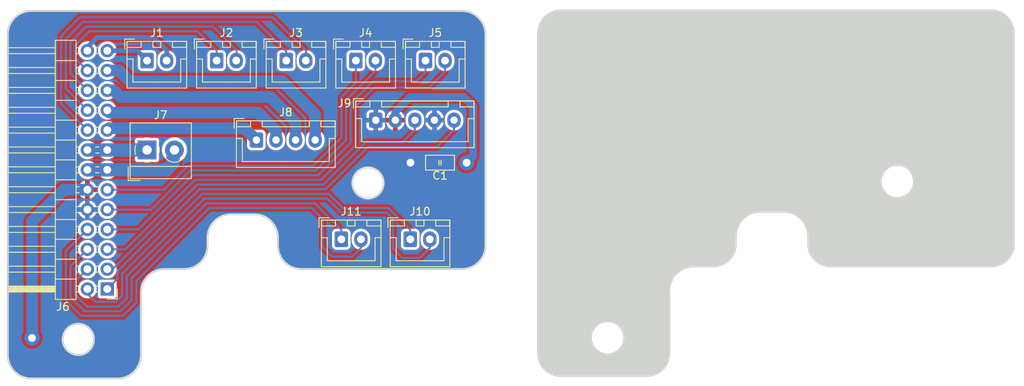
<source format=kicad_pcb>
(kicad_pcb (version 20221018) (generator pcbnew)
  (layers (0 "F.Cu" signal) (31 "B.Cu" signal) (34 "B.Paste" user) (35 "F.Paste" user) (36 "B.SilkS" user "B.Silkscreen") (37 "F.SilkS" user "F.Silkscreen") (38 "B.Mask" user) (39 "F.Mask" user) (44 "Edge.Cuts" user))
  (net 0 "")
  (net 1 "GND")
  (net 2 "+5V")
  (net 3 "/Heater")
  (net 4 "/1B")
  (net 5 "/2B")
  (net 6 "/1A")
  (net 7 "/2A")
  (net 8 "/VF1")
  (net 9 "/VF2")
  (net 10 "/OUT")
  (net 11 "/IN")
  (net 12 "/VBB")
  (net 13 "/GF2")
  (net 14 "/GF1")
  (net 15 "/Ther1a")
  (net 16 "/Ther1b")
  (net 17 "/Ther2a")
  (net 18 "/Ther2b")
  (net 19 "/Ther3a")
  (net 20 "/Ther3b")
  (net 21 "/SW1")
  (net 22 "/SW2")
  (net 23 "/EXT1")
  (net 24 "/EXT2")
  (footprint "Connector_PinHeader_2.54mm:PinHeader_2x13_P2.54mm_Horizontal" (layer "F.Cu") (at 44.7 73.56 180)
    (fp_text reference "J6" (at 5.655 -2.27) (layer "F.SilkS"))
    (fp_text value "Main_Header")
    (pad "1" thru_hole rect (at 0 0 180) (size 1.7 1.7) (drill 1) (layers "*.Cu" "*.Mask") (net 10 "/OUT"))
    (pad "2" thru_hole oval (at 2.54 0 180) (size 1.7 1.7) (drill 1) (layers "*.Cu" "*.Mask") (net 21 "/SW1"))
    (pad "3" thru_hole oval (at 0 2.54 180) (size 1.7 1.7) (drill 1) (layers "*.Cu" "*.Mask") (net 11 "/IN"))
    (pad "4" thru_hole oval (at 2.54 2.54 180) (size 1.7 1.7) (drill 1) (layers "*.Cu" "*.Mask") (net 22 "/SW2"))
    (pad "5" thru_hole oval (at 0 5.08 180) (size 1.7 1.7) (drill 1) (layers "*.Cu" "*.Mask") (net 13 "/GF2"))
    (pad "6" thru_hole oval (at 2.54 5.08 180) (size 1.7 1.7) (drill 1) (layers "*.Cu" "*.Mask") (net 23 "/EXT1"))
    (pad "7" thru_hole oval (at 0 7.62 180) (size 1.7 1.7) (drill 1) (layers "*.Cu" "*.Mask") (net 9 "/VF2"))
    (pad "8" thru_hole oval (at 2.54 7.62 180) (size 1.7 1.7) (drill 1) (layers "*.Cu" "*.Mask") (net 24 "/EXT2"))
    (pad "9" thru_hole oval (at 0 10.16 180) (size 1.7 1.7) (drill 1) (layers "*.Cu" "*.Mask") (net 14 "/GF1"))
    (pad "10" thru_hole oval (at 2.54 10.16 180) (size 1.7 1.7) (drill 1) (layers "*.Cu" "*.Mask") (net 1 "GND"))
    (pad "11" thru_hole oval (at 0 12.7 180) (size 1.7 1.7) (drill 1) (layers "*.Cu" "*.Mask") (net 8 "/VF1"))
    (pad "12" thru_hole oval (at 2.54 12.7 180) (size 1.7 1.7) (drill 1) (layers "*.Cu" "*.Mask") (net 2 "+5V"))
    (pad "13" thru_hole oval (at 0 15.24 180) (size 1.7 1.7) (drill 1) (layers "*.Cu" "*.Mask") (net 3 "/Heater"))
    (pad "14" thru_hole oval (at 2.54 15.24 180) (size 1.7 1.7) (drill 1) (layers "*.Cu" "*.Mask") (net 3 "/Heater"))
    (pad "15" thru_hole oval (at 0 17.78 180) (size 1.7 1.7) (drill 1) (layers "*.Cu" "*.Mask") (net 12 "/VBB"))
    (pad "16" thru_hole oval (at 2.54 17.78 180) (size 1.7 1.7) (drill 1) (layers "*.Cu" "*.Mask") (net 12 "/VBB"))
    (pad "17" thru_hole oval (at 0 20.32 180) (size 1.7 1.7) (drill 1) (layers "*.Cu" "*.Mask") (net 6 "/1A"))
    (pad "18" thru_hole oval (at 2.54 20.32 180) (size 1.7 1.7) (drill 1) (layers "*.Cu" "*.Mask") (net 20 "/Ther3b"))
    (pad "19" thru_hole oval (at 0 22.86 180) (size 1.7 1.7) (drill 1) (layers "*.Cu" "*.Mask") (net 4 "/1B"))
    (pad "20" thru_hole oval (at 2.54 22.86 180) (size 1.7 1.7) (drill 1) (layers "*.Cu" "*.Mask") (net 19 "/Ther3a"))
    (pad "21" thru_hole oval (at 0 25.4 180) (size 1.7 1.7) (drill 1) (layers "*.Cu" "*.Mask") (net 7 "/2A"))
    (pad "22" thru_hole oval (at 2.54 25.4 180) (size 1.7 1.7) (drill 1) (layers "*.Cu" "*.Mask") (net 18 "/Ther2b"))
    (pad "23" thru_hole oval (at 0 27.94 180) (size 1.7 1.7) (drill 1) (layers "*.Cu" "*.Mask") (net 5 "/2B"))
    (pad "24" thru_hole oval (at 2.54 27.94 180) (size 1.7 1.7) (drill 1) (layers "*.Cu" "*.Mask") (net 17 "/Ther2a"))
    (pad "25" thru_hole oval (at 0 30.48 180) (size 1.7 1.7) (drill 1) (layers "*.Cu" "*.Mask") (net 15 "/Ther1a"))
    (pad "26" thru_hole oval (at 2.54 30.48 180) (size 1.7 1.7) (drill 1) (layers "*.Cu" "*.Mask") (net 16 "/Ther1b"))
  )
  (footprint "PCM_Capacitor_SMD_AKL:C_0805_2012Metric_Pad1.15x1.40mm_HandSolder" (layer "F.Cu") (at 87.199999 57.4 180)
    (fp_text reference "C1" (at 0 -1.65) (layer "F.SilkS"))
    (fp_text value "C")
    (pad "1" smd roundrect (at -1.025 0 180) (size 1.15 1.4) (layers "F.Cu" "F.Paste" "F.Mask") (roundrect_rratio 0.2173913043) (net 2 "+5V"))
    (pad "2" smd roundrect (at 1.025 0 180) (size 1.15 1.4) (layers "F.Cu" "F.Paste" "F.Mask") (roundrect_rratio 0.2173913043) (net 1 "GND"))
  )
  (footprint "Connector_JST:JST_XH_B4B-XH-A_1x04_P2.50mm_Vertical" (layer "F.Cu") (at 63.75 54.51)
    (fp_text reference "J8" (at 3.75 -3.55) (layer "F.SilkS"))
    (fp_text value "Stepper")
    (pad "1" thru_hole roundrect (at 0 0) (size 1.7 1.95) (drill 0.95) (layers "*.Cu" "*.Mask") (roundrect_rratio 0.1470588235) (net 6 "/1A"))
    (pad "2" thru_hole oval (at 2.5 0) (size 1.7 1.95) (drill 0.95) (layers "*.Cu" "*.Mask") (net 4 "/1B"))
    (pad "3" thru_hole oval (at 5 0) (size 1.7 1.95) (drill 0.95) (layers "*.Cu" "*.Mask") (net 7 "/2A"))
    (pad "4" thru_hole oval (at 7.5 0) (size 1.7 1.95) (drill 0.95) (layers "*.Cu" "*.Mask") (net 5 "/2B"))
  )
  (footprint "Connector_JST:JST_XH_B2B-XH-A_1x02_P2.50mm_Vertical" (layer "F.Cu") (at 83.4 67.2)
    (fp_text reference "J10" (at 1.25 -3.55) (layer "F.SilkS"))
    (fp_text value "Klicky")
    (pad "1" thru_hole roundrect (at 0 0) (size 1.7 2) (drill 1) (layers "*.Cu" "*.Mask") (roundrect_rratio 0.1470588235) (net 21 "/SW1"))
    (pad "2" thru_hole oval (at 2.5 0) (size 1.7 2) (drill 1) (layers "*.Cu" "*.Mask") (net 22 "/SW2"))
  )
  (footprint "Connector_JST:JST_XH_B2B-XH-A_1x02_P2.50mm_Vertical" (layer "F.Cu") (at 74.6 67.2)
    (fp_text reference "J11" (at 1.25 -3.55) (layer "F.SilkS"))
    (fp_text value "Extra")
    (pad "1" thru_hole roundrect (at 0 0) (size 1.7 2) (drill 1) (layers "*.Cu" "*.Mask") (roundrect_rratio 0.1470588235) (net 23 "/EXT1"))
    (pad "2" thru_hole oval (at 2.5 0) (size 1.7 2) (drill 1) (layers "*.Cu" "*.Mask") (net 24 "/EXT2"))
  )
  (footprint "Connector_JST:JST_XH_B5B-XH-A_1x05_P2.50mm_Vertical" (layer "F.Cu") (at 78.99 51.97)
    (fp_text reference "J9" (at -3.99 -2.17) (layer "F.SilkS"))
    (fp_text value "BLTouch")
    (pad "1" thru_hole roundrect (at 0 0) (size 1.7 1.95) (drill 0.95) (layers "*.Cu" "*.Mask") (roundrect_rratio 0.1470588235) (net 1 "GND"))
    (pad "2" thru_hole oval (at 2.5 0) (size 1.7 1.95) (drill 0.95) (layers "*.Cu" "*.Mask") (net 2 "+5V"))
    (pad "3" thru_hole oval (at 5 0) (size 1.7 1.95) (drill 0.95) (layers "*.Cu" "*.Mask") (net 11 "/IN"))
    (pad "4" thru_hole oval (at 7.5 0) (size 1.7 1.95) (drill 0.95) (layers "*.Cu" "*.Mask") (net 1 "GND"))
    (pad "5" thru_hole oval (at 10 0) (size 1.7 1.95) (drill 0.95) (layers "*.Cu" "*.Mask") (net 10 "/OUT"))
  )
  (footprint "Connector_JST:JST_XH_B2B-XH-A_1x02_P2.50mm_Vertical" (layer "F.Cu") (at 49.78 44.35)
    (fp_text reference "J1" (at 1.25 -3.55) (layer "F.SilkS"))
    (fp_text value "PT1000")
    (pad "1" thru_hole roundrect (at 0 0) (size 1.7 2) (drill 1) (layers "*.Cu" "*.Mask") (roundrect_rratio 0.1470588235) (net 15 "/Ther1a"))
    (pad "2" thru_hole oval (at 2.5 0) (size 1.7 2) (drill 1) (layers "*.Cu" "*.Mask") (net 16 "/Ther1b"))
  )
  (footprint "Connector_JST:JST_XH_B2B-XH-A_1x02_P2.50mm_Vertical" (layer "F.Cu") (at 67.56 44.35)
    (fp_text reference "J3" (at 1.25 -3.55) (layer "F.SilkS"))
    (fp_text value "NTC1000K")
    (pad "1" thru_hole roundrect (at 0 0) (size 1.7 2) (drill 1) (layers "*.Cu" "*.Mask") (roundrect_rratio 0.1470588235) (net 19 "/Ther3a"))
    (pad "2" thru_hole oval (at 2.5 0) (size 1.7 2) (drill 1) (layers "*.Cu" "*.Mask") (net 20 "/Ther3b"))
  )
  (footprint "Connector_JST:JST_XH_B2B-XH-A_1x02_P2.50mm_Vertical" (layer "F.Cu") (at 76.45 44.35)
    (fp_text reference "J4" (at 1.25 -3.55) (layer "F.SilkS"))
    (fp_text value "Fan1")
    (pad "1" thru_hole roundrect (at 0 0) (size 1.7 2) (drill 1) (layers "*.Cu" "*.Mask") (roundrect_rratio 0.1470588235) (net 8 "/VF1"))
    (pad "2" thru_hole oval (at 2.5 0) (size 1.7 2) (drill 1) (layers "*.Cu" "*.Mask") (net 14 "/GF1"))
  )
  (footprint "MountingHole:MountingHole_3.5mm" (layer "F.Cu") (at 41 79.999999)
    (fp_text reference "H1" (at 0.2 0.000001) (layer "F.SilkS"))
    (fp_text value "MountingHole")
    (pad "" np_thru_hole circle (at 0 0) (size 3.5 3.5) (drill 3.5) (layers "*.Cu" "*.Mask"))
  )
  (footprint "MountingHole:MountingHole_3.5mm" (layer "F.Cu") (at 78 60)
    (fp_text reference "H2" (at 0 0) (layer "F.SilkS"))
    (fp_text value "MountingHole")
    (pad "" np_thru_hole circle (at 0 0) (size 3.5 3.5) (drill 3.5) (layers "*.Cu" "*.Mask"))
  )
  (footprint "Connector_JST:JST_XH_B2B-XH-A_1x02_P2.50mm_Vertical" (layer "F.Cu") (at 85.34 44.35)
    (fp_text reference "J5" (at 1.25 -3.55) (layer "F.SilkS"))
    (fp_text value "Fan2")
    (pad "1" thru_hole roundrect (at 0 0) (size 1.7 2) (drill 1) (layers "*.Cu" "*.Mask") (roundrect_rratio 0.1470588235) (net 9 "/VF2"))
    (pad "2" thru_hole oval (at 2.5 0) (size 1.7 2) (drill 1) (layers "*.Cu" "*.Mask") (net 13 "/GF2"))
  )
  (footprint "TerminalBlock_4Ucon:TerminalBlock_4Ucon_1x02_P3.50mm_Horizontal" (layer "F.Cu") (at 49.78 55.78)
    (fp_text reference "J7" (at 1.75 -4.46) (layer "F.SilkS"))
    (fp_text value "Cartridge")
    (pad "1" thru_hole rect (at 0 0) (size 2.4 2.4) (drill 1.2) (layers "*.Cu" "*.Mask") (net 12 "/VBB"))
    (pad "2" thru_hole circle (at 3.5 0) (size 2.4 2.4) (drill 1.2) (layers "*.Cu" "*.Mask") (net 3 "/Heater"))
  )
  (footprint "Connector_JST:JST_XH_B2B-XH-A_1x02_P2.50mm_Vertical" (layer "F.Cu") (at 58.67 44.35)
    (fp_text reference "J2" (at 1.25 -3.55) (layer "F.SilkS"))
    (fp_text value "NTC1000K")
    (pad "1" thru_hole roundrect (at 0 0) (size 1.7 2) (drill 1) (layers "*.Cu" "*.Mask") (roundrect_rratio 0.1470588235) (net 17 "/Ther2a"))
    (pad "2" thru_hole oval (at 2.5 0) (size 1.7 2) (drill 1) (layers "*.Cu" "*.Mask") (net 18 "/Ther2b"))
  )
  (gr_line (start 51.999999 70.999999) (end 54.499999 70.999999) (stroke (width 0.25)) (layer "Edge.Cuts"))
  (gr_arc (start 31.999999 40.999999) (mid 32.878679 38.878679) (end 34.999999 37.999999) (stroke (width 0.25)) (layer "Edge.Cuts"))
  (gr_arc (start 48.999999 73.999999) (mid 49.878679 71.878679) (end 51.999999 70.999999) (stroke (width 0.25)) (layer "Edge.Cuts"))
  (gr_line (start 57.499999 67.999999) (end 57.499999 66.999999) (stroke (width 0.25)) (layer "Edge.Cuts"))
  (gr_arc (start 89.999999 37.999999) (mid 92.121319 38.878679) (end 92.999999 40.999999) (stroke (width 0.25)) (layer "Edge.Cuts"))
  (gr_line (start 48.999999 81.999999) (end 48.999999 73.999999) (stroke (width 0.25)) (layer "Edge.Cuts"))
  (gr_line (start 92.999999 67.999999) (end 92.999999 40.999999) (stroke (width 0.25)) (layer "Edge.Cuts"))
  (gr_line (start 60.499999 63.999999) (end 63.499999 63.999999) (stroke (width 0.25)) (layer "Edge.Cuts"))
  (gr_circle (center 40.999999 79.999999) (end 42.999999 79.999999) (stroke (width 0.25)) (fill none) (layer "Edge.Cuts"))
  (gr_line (start 66.499999 66.999999) (end 66.499999 67.999999) (stroke (width 0.25)) (layer "Edge.Cuts"))
  (gr_arc (start 63.499999 63.999999) (mid 65.621319 64.878679) (end 66.499999 66.999999) (stroke (width 0.25)) (layer "Edge.Cuts"))
  (gr_arc (start 92.999999 67.999999) (mid 92.121319 70.121319) (end 89.999999 70.999999) (stroke (width 0.25)) (layer "Edge.Cuts"))
  (gr_line (start 31.999999 40.999999) (end 31.999999 81.999999) (stroke (width 0.25)) (layer "Edge.Cuts"))
  (gr_arc (start 48.999999 81.999999) (mid 48.121319 84.121319) (end 45.999999 84.999999) (stroke (width 0.25)) (layer "Edge.Cuts"))
  (gr_arc (start 34.999999 84.999999) (mid 32.878679 84.121319) (end 31.999999 81.999999) (stroke (width 0.25)) (layer "Edge.Cuts"))
  (gr_line (start 89.999999 37.999999) (end 34.999999 37.999999) (stroke (width 0.25)) (layer "Edge.Cuts"))
  (gr_circle (center 77.999999 59.999999) (end 79.999999 59.999999) (stroke (width 0.25)) (fill none) (layer "Edge.Cuts"))
  (gr_arc (start 57.499999 67.999999) (mid 56.621319 70.121319) (end 54.499999 70.999999) (stroke (width 0.25)) (layer "Edge.Cuts"))
  (gr_line (start 34.999999 84.999999) (end 45.999999 84.999999) (stroke (width 0.25)) (layer "Edge.Cuts"))
  (gr_arc (start 57.499999 66.999999) (mid 58.378679 64.878679) (end 60.499999 63.999999) (stroke (width 0.25)) (layer "Edge.Cuts"))
  (gr_line (start 69.499999 70.999999) (end 89.999999 70.999999) (stroke (width 0.25)) (layer "Edge.Cuts"))
  (gr_arc (start 69.499999 70.999999) (mid 67.378679 70.121319) (end 66.499999 67.999999) (stroke (width 0.25)) (layer "Edge.Cuts"))
  (segment (start 86.174999 57.4) (end 83.424999 57.4) (width 1) (layer "F.Cu") (net 1))
  (via (at 83.424999 57.4) (size 2) (drill 1) (layers "F.Cu" "B.Cu") (net 1))
  (via (at 90.599999 57.4) (size 2) (drill 1) (layers "F.Cu" "B.Cu") (net 2))
  (via (at 35.089999 79.829999) (size 2) (drill 1) (layers "F.Cu" "B.Cu") (net 2))
  (segment (start 91.399999 50.2) (end 90.199999 49) (width 1) (layer "B.Cu") (net 2))
  (segment (start 35.089999 64.91) (end 35.089999 79.829999) (width 1.5) (layer "B.Cu") (net 2))
  (segment (start 91.399999 56.6) (end 91.399999 50.2) (width 1) (layer "B.Cu") (net 2))
  (segment (start 90.199999 49) (end 83.399999 49) (width 1) (layer "B.Cu") (net 2))
  (segment (start 90.599999 57.4) (end 91.399999 56.6) (width 1) (layer "B.Cu") (net 2))
  (segment (start 81.489999 50.91) (end 81.489999 51.969999) (width 1) (layer "B.Cu") (net 2))
  (segment (start 83.399999 49) (end 81.489999 50.91) (width 1) (layer "B.Cu") (net 2))
  (segment (start 42.159999 60.859999) (end 39.14 60.859999) (width 1.5) (layer "B.Cu") (net 2))
  (segment (start 39.14 60.859999) (end 35.089999 64.91) (width 1.5) (layer "B.Cu") (net 2))
  (segment (start 42.159999 58.319999) (end 44.699999 58.319999) (width 1.7) (layer "B.Cu") (net 3))
  (segment (start 44.7 58.32) (end 44.82 58.2) (width 1) (layer "B.Cu") (net 3))
  (segment (start 52.257056 58.319999) (end 53.099999 57.477056) (width 1.7) (layer "B.Cu") (net 3))
  (segment (start 53.099999 57.477056) (end 53.099999 55.78) (width 1.7) (layer "B.Cu") (net 3))
  (segment (start 44.699999 58.319999) (end 52.257056 58.319999) (width 1.7) (layer "B.Cu") (net 3))
  (segment (start 66.249999 53.279374) (end 66.249999 54.509999) (width 1.5) (layer "B.Cu") (net 4))
  (segment (start 44.699999 50.699999) (end 45 51) (width 1.5) (layer "B.Cu") (net 4))
  (segment (start 45 51) (end 63.970625 51) (width 1.5) (layer "B.Cu") (net 4))
  (segment (start 63.970625 51) (end 66.249999 53.279374) (width 1.5) (layer "B.Cu") (net 4))
  (segment (start 47.599999 47) (end 67.035 47) (width 1.5) (layer "B.Cu") (net 5))
  (segment (start 71.249999 51.214999) (end 71.249999 54.509999) (width 1.5) (layer "B.Cu") (net 5))
  (segment (start 44.699999 45.619999) (end 46.219998 45.619999) (width 1.5) (layer "B.Cu") (net 5))
  (segment (start 46.219998 45.619999) (end 47.599999 47) (width 1.5) (layer "B.Cu") (net 5))
  (segment (start 67.035 47) (end 71.249999 51.214999) (width 1.5) (layer "B.Cu") (net 5))
  (segment (start 44.939998 53) (end 62.24 53) (width 1.5) (layer "B.Cu") (net 6))
  (segment (start 62.24 53) (end 63.749999 54.509999) (width 1.5) (layer "B.Cu") (net 6))
  (segment (start 44.699999 53.239999) (end 44.939998 53) (width 1.5) (layer "B.Cu") (net 6))
  (segment (start 46.38 49) (end 65.5425 49) (width 1.5) (layer "B.Cu") (net 7))
  (segment (start 68.749999 52.207499) (end 68.749999 54.509999) (width 1.5) (layer "B.Cu") (net 7))
  (segment (start 65.5425 49) (end 68.749999 52.207499) (width 1.5) (layer "B.Cu") (net 7))
  (segment (start 44.699999 48.159999) (end 45.54 48.16) (width 1.5) (layer "B.Cu") (net 7))
  (segment (start 45.54 48.16) (end 46.38 49) (width 1.5) (layer "B.Cu") (net 7))
  (segment (start 51.939999 60.86) (end 55 57.799999) (width 0.25) (layer "B.Cu") (net 8))
  (segment (start 44.7 60.86) (end 51.939999 60.86) (width 0.25) (layer "B.Cu") (net 8))
  (segment (start 70.999999 57.799999) (end 74.599999 54.199999) (width 0.25) (layer "B.Cu") (net 8))
  (segment (start 74.599999 54.199999) (end 74.599999 49.000001) (width 0.25) (layer "B.Cu") (net 8))
  (segment (start 55 57.799999) (end 70.999999 57.799999) (width 0.25) (layer "B.Cu") (net 8))
  (segment (start 74.599999 49.000001) (end 76.45 47.15) (width 0.25) (layer "B.Cu") (net 8))
  (segment (start 76.45 47.15) (end 76.45 44.35) (width 0.25) (layer "B.Cu") (net 8))
  (segment (start 85.34 45.86) (end 85.34 44.35) (width 0.25) (layer "B.Cu") (net 9))
  (segment (start 48.66 65.939999) (end 55.6 58.999999) (width 0.25) (layer "B.Cu") (net 9))
  (segment (start 55.6 58.999999) (end 71.654593 58.999999) (width 0.25) (layer "B.Cu") (net 9))
  (segment (start 78.636396 47) (end 84.2 47) (width 0.25) (layer "B.Cu") (net 9))
  (segment (start 75.799999 54.854593) (end 75.799999 49.836397) (width 0.25) (layer "B.Cu") (net 9))
  (segment (start 71.654593 58.999999) (end 75.799999 54.854593) (width 0.25) (layer "B.Cu") (net 9))
  (segment (start 84.2 47) (end 85.34 45.86) (width 0.25) (layer "B.Cu") (net 9))
  (segment (start 44.699999 65.939999) (end 48.66 65.939999) (width 0.25) (layer "B.Cu") (net 9))
  (segment (start 75.799999 49.836397) (end 78.636396 47) (width 0.25) (layer "B.Cu") (net 9))
  (segment (start 77.999998 55.4) (end 86.799999 55.4) (width 0.25) (layer "B.Cu") (net 10))
  (segment (start 86.799999 55.4) (end 88.989999 53.21) (width 0.25) (layer "B.Cu") (net 10))
  (segment (start 46 72.259998) (end 46 71.299999) (width 0.25) (layer "B.Cu") (net 10))
  (segment (start 88.989999 53.21) (end 88.989999 51.969999) (width 0.25) (layer "B.Cu") (net 10))
  (segment (start 44.699999 73.559999) (end 46 72.259998) (width 0.25) (layer "B.Cu") (net 10))
  (segment (start 56.5 60.799999) (end 72.599999 60.799999) (width 0.25) (layer "B.Cu") (net 10))
  (segment (start 46 71.299999) (end 56.5 60.799999) (width 0.25) (layer "B.Cu") (net 10))
  (segment (start 72.599999 60.799999) (end 77.999998 55.4) (width 0.25) (layer "B.Cu") (net 10))
  (segment (start 82.399999 54.8) (end 83.989999 53.21) (width 0.25) (layer "B.Cu") (net 11))
  (segment (start 56.2 60.199999) (end 72.299999 60.199999) (width 0.25) (layer "B.Cu") (net 11))
  (segment (start 77.699998 54.8) (end 82.399999 54.8) (width 0.25) (layer "B.Cu") (net 11))
  (segment (start 72.299999 60.199999) (end 77.699998 54.8) (width 0.25) (layer "B.Cu") (net 11))
  (segment (start 45.38 71.019999) (end 56.2 60.199999) (width 0.25) (layer "B.Cu") (net 11))
  (segment (start 44.699999 71.019999) (end 45.38 71.019999) (width 0.25) (layer "B.Cu") (net 11))
  (segment (start 83.989999 53.21) (end 83.989999 51.969999) (width 0.25) (layer "B.Cu") (net 11))
  (segment (start 44.699999 71.019999) (end 44.699999 70.803641) (width 0.25) (layer "B.Cu") (net 11))
  (segment (start 44.699999 55.779999) (end 49.599999 55.78) (width 1.7) (layer "B.Cu") (net 12))
  (segment (start 42.159999 55.779999) (end 44.699999 55.779999) (width 1.7) (layer "B.Cu") (net 12))
  (segment (start 85.8 47.8) (end 87.84 45.76) (width 0.25) (layer "B.Cu") (net 13))
  (segment (start 55.9 59.599999) (end 71.999999 59.599999) (width 0.25) (layer "B.Cu") (net 13))
  (segment (start 78.8 47.8) (end 85.8 47.8) (width 0.25) (layer "B.Cu") (net 13))
  (segment (start 71.999999 59.599999) (end 76.399999 55.199999) (width 0.25) (layer "B.Cu") (net 13))
  (segment (start 76.399999 55.199999) (end 76.399999 50.200001) (width 0.25) (layer "B.Cu") (net 13))
  (segment (start 76.399999 50.200001) (end 78.8 47.8) (width 0.25) (layer "B.Cu") (net 13))
  (segment (start 87.84 45.76) (end 87.84 44.35) (width 0.25) (layer "B.Cu") (net 13))
  (segment (start 44.699999 68.479999) (end 47.02 68.479999) (width 0.25) (layer "B.Cu") (net 13))
  (segment (start 47.02 68.479999) (end 55.9 59.599999) (width 0.25) (layer "B.Cu") (net 13))
  (segment (start 75.199999 49.400001) (end 78.95 45.65) (width 0.25) (layer "B.Cu") (net 14))
  (segment (start 75.199999 54.509098) (end 75.199999 49.400001) (width 0.25) (layer "B.Cu") (net 14))
  (segment (start 78.95 45.65) (end 78.95 44.35) (width 0.25) (layer "B.Cu") (net 14))
  (segment (start 71.309098 58.399999) (end 75.199999 54.509098) (width 0.25) (layer "B.Cu") (net 14))
  (segment (start 55.3 58.399999) (end 71.309098 58.399999) (width 0.25) (layer "B.Cu") (net 14))
  (segment (start 50.3 63.399999) (end 55.3 58.399999) (width 0.25) (layer "B.Cu") (net 14))
  (segment (start 44.699999 63.399999) (end 50.3 63.399999) (width 0.25) (layer "B.Cu") (net 14))
  (segment (start 48.509999 43.079999) (end 49.78 44.35) (width 0.6) (layer "B.Cu") (net 15))
  (segment (start 44.699999 43.079999) (end 48.509999 43.079999) (width 0.6) (layer "B.Cu") (net 15))
  (segment (start 49.78 44.35) (end 49.819999 44.349999) (width 0.6) (layer "B.Cu") (net 15))
  (segment (start 52.32 43.08) (end 50.64 41.4) (width 0.6) (layer "B.Cu") (net 16))
  (segment (start 50.64 41.4) (end 43.399999 41.4) (width 0.6) (layer "B.Cu") (net 16))
  (segment (start 52.32 44.35) (end 52.32 43.08) (width 0.6) (layer "B.Cu") (net 16))
  (segment (start 43.399999 41.4) (end 42.159999 42.64) (width 0.6) (layer "B.Cu") (net 16))
  (segment (start 42.159999 42.64) (end 42.159999 43.079999) (width 0.6) (layer "B.Cu") (net 16))
  (segment (start 42.399998 40.6) (end 40.599999 42.399999) (width 0.25) (layer "B.Cu") (net 17))
  (segment (start 58.67 44.35) (end 58.67 43.07) (width 0.25) (layer "B.Cu") (net 17))
  (segment (start 40.599999 42.399999) (end 40.599999 44.059999) (width 0.25) (layer "B.Cu") (net 17))
  (segment (start 40.599999 44.059999) (end 42.159999 45.619999) (width 0.25) (layer "B.Cu") (net 17))
  (segment (start 58.67 43.07) (end 56.2 40.6) (width 0.25) (layer "B.Cu") (net 17))
  (segment (start 56.2 40.6) (end 42.399998 40.6) (width 0.25) (layer "B.Cu") (net 17))
  (segment (start 39.999999 45.999999) (end 42.159999 48.159999) (width 0.25) (layer "B.Cu") (net 18))
  (segment (start 58.2 40) (end 41.999998 40) (width 0.25) (layer "B.Cu") (net 18))
  (segment (start 61.21 43.01) (end 58.2 40) (width 0.25) (layer "B.Cu") (net 18))
  (segment (start 61.21 44.35) (end 61.21 43.01) (width 0.25) (layer "B.Cu") (net 18))
  (segment (start 41.999998 40) (end 39.999999 41.999999) (width 0.25) (layer "B.Cu") (net 18))
  (segment (start 39.999999 41.999999) (end 39.999999 45.999999) (width 0.25) (layer "B.Cu") (net 18))
  (segment (start 41.599998 39.4) (end 39.399999 41.599999) (width 0.25) (layer "B.Cu") (net 19))
  (segment (start 67.56 43.16) (end 63.8 39.4) (width 0.25) (layer "B.Cu") (net 19))
  (segment (start 39.399999 47.939999) (end 42.159999 50.699999) (width 0.25) (layer "B.Cu") (net 19))
  (segment (start 63.8 39.4) (end 41.599998 39.4) (width 0.25) (layer "B.Cu") (net 19))
  (segment (start 39.399999 41.599999) (end 39.399999 47.939999) (width 0.25) (layer "B.Cu") (net 19))
  (segment (start 67.56 44.35) (end 67.56 43.16) (width 0.25) (layer "B.Cu") (net 19))
  (segment (start 41.199998 38.8) (end 38.799999 41.199999) (width 0.25) (layer "B.Cu") (net 20))
  (segment (start 65.8 38.8) (end 41.199998 38.8) (width 0.25) (layer "B.Cu") (net 20))
  (segment (start 38.799999 49.879999) (end 42.159999 53.239999) (width 0.25) (layer "B.Cu") (net 20))
  (segment (start 38.799999 41.199999) (end 38.799999 49.879999) (width 0.25) (layer "B.Cu") (net 20))
  (segment (start 70.1 43.1) (end 65.8 38.8) (width 0.25) (layer "B.Cu") (net 20))
  (segment (start 70.1 44.35) (end 70.1 43.1) (width 0.25) (layer "B.Cu") (net 20))
  (segment (start 46.6 74.399998) (end 46.6 71.599999) (width 0.25) (layer "B.Cu") (net 21))
  (segment (start 43.199999 75.199999) (end 45.799999 75.199999) (width 0.25) (layer "B.Cu") (net 21))
  (segment (start 74.8 63.2) (end 80.6 63.2) (width 0.25) (layer "B.Cu") (net 21))
  (segment (start 56.8 61.399999) (end 72.999999 61.399999) (width 0.25) (layer "B.Cu") (net 21))
  (segment (start 45.799999 75.199999) (end 46.6 74.399998) (width 0.25) (layer "B.Cu") (net 21))
  (segment (start 80.6 63.2) (end 83.4 66) (width 0.25) (layer "B.Cu") (net 21))
  (segment (start 42.159999 73.559999) (end 42.159999 74.159999) (width 0.25) (layer "B.Cu") (net 21))
  (segment (start 83.4 66) (end 83.4 67.2) (width 0.25) (layer "B.Cu") (net 21))
  (segment (start 42.159999 74.159999) (end 43.199999 75.199999) (width 0.25) (layer "B.Cu") (net 21))
  (segment (start 72.999999 61.399999) (end 74.8 63.2) (width 0.25) (layer "B.Cu") (net 21))
  (segment (start 46.6 71.599999) (end 56.8 61.399999) (width 0.25) (layer "B.Cu") (net 21))
  (segment (start 72.799999 61.999999) (end 74.6 63.8) (width 0.25) (layer "B.Cu") (net 22))
  (segment (start 81.2 64.6) (end 81.2 68.4) (width 0.25) (layer "B.Cu") (net 22))
  (segment (start 47.2 74.720448) (end 47.2 71.899999) (width 0.25) (layer "B.Cu") (net 22))
  (segment (start 40.599999 72.579999) (end 40.599999 74.265424) (width 0.25) (layer "B.Cu") (net 22))
  (segment (start 47.2 71.899999) (end 57.1 61.999999) (width 0.25) (layer "B.Cu") (net 22))
  (segment (start 57.1 61.999999) (end 72.799999 61.999999) (width 0.25) (layer "B.Cu") (net 22))
  (segment (start 84.6 69.6) (end 85.9 68.3) (width 0.25) (layer "B.Cu") (net 22))
  (segment (start 42.134574 75.799999) (end 46.120449 75.799999) (width 0.25) (layer "B.Cu") (net 22))
  (segment (start 42.159999 71.019999) (end 40.599999 72.579999) (width 0.25) (layer "B.Cu") (net 22))
  (segment (start 80.4 63.8) (end 81.2 64.6) (width 0.25) (layer "B.Cu") (net 22))
  (segment (start 81.2 68.4) (end 82.4 69.6) (width 0.25) (layer "B.Cu") (net 22))
  (segment (start 40.599999 74.265424) (end 42.134574 75.799999) (width 0.25) (layer "B.Cu") (net 22))
  (segment (start 74.6 63.8) (end 80.4 63.8) (width 0.25) (layer "B.Cu") (net 22))
  (segment (start 82.4 69.6) (end 84.6 69.6) (width 0.25) (layer "B.Cu") (net 22))
  (segment (start 85.9 68.3) (end 85.9 67.2) (width 0.25) (layer "B.Cu") (net 22))
  (segment (start 46.120449 75.799999) (end 47.2 74.720448) (width 0.25) (layer "B.Cu") (net 22))
  (segment (start 57.4 62.599999) (end 47.8 72.199999) (width 0.25) (layer "B.Cu") (net 23))
  (segment (start 74.6 67.2) (end 74.6 66) (width 0.25) (layer "B.Cu") (net 23))
  (segment (start 39.999999 74.599999) (end 39.999999 70.639999) (width 0.25) (layer "B.Cu") (net 23))
  (segment (start 41.799999 76.399999) (end 39.999999 74.599999) (width 0.25) (layer "B.Cu") (net 23))
  (segment (start 39.999999 70.639999) (end 42.159999 68.479999) (width 0.25) (layer "B.Cu") (net 23))
  (segment (start 46.399999 76.399999) (end 41.799999 76.399999) (width 0.25) (layer "B.Cu") (net 23))
  (segment (start 47.8 74.999998) (end 46.399999 76.399999) (width 0.25) (layer "B.Cu") (net 23))
  (segment (start 47.8 72.199999) (end 47.8 74.999998) (width 0.25) (layer "B.Cu") (net 23))
  (segment (start 71.199999 62.599999) (end 57.4 62.599999) (width 0.25) (layer "B.Cu") (net 23))
  (segment (start 74.6 66) (end 71.199999 62.599999) (width 0.25) (layer "B.Cu") (net 23))
  (segment (start 39.399999 68.699999) (end 42.159999 65.939999) (width 0.25) (layer "B.Cu") (net 24))
  (segment (start 46.699999 76.999999) (end 41.399999 76.999999) (width 0.25) (layer "B.Cu") (net 24))
  (segment (start 73.4 69.4) (end 72.2 68.2) (width 0.25) (layer "B.Cu") (net 24))
  (segment (start 77.1 68.3) (end 76 69.4) (width 0.25) (layer "B.Cu") (net 24))
  (segment (start 41.399999 76.999999) (end 39.399999 74.999999) (width 0.25) (layer "B.Cu") (net 24))
  (segment (start 39.399999 74.999999) (end 39.399999 68.699999) (width 0.25) (layer "B.Cu") (net 24))
  (segment (start 72.2 64.6) (end 70.799999 63.199999) (width 0.25) (layer "B.Cu") (net 24))
  (segment (start 77.1 67.2) (end 77.1 68.3) (width 0.25) (layer "B.Cu") (net 24))
  (segment (start 48.4 75.299998) (end 46.699999 76.999999) (width 0.25) (layer "B.Cu") (net 24))
  (segment (start 48.4 72.549999) (end 48.4 75.299998) (width 0.25) (layer "B.Cu") (net 24))
  (segment (start 76 69.4) (end 73.4 69.4) (width 0.25) (layer "B.Cu") (net 24))
  (segment (start 57.75 63.199999) (end 48.4 72.549999) (width 0.25) (layer "B.Cu") (net 24))
  (segment (start 72.2 68.2) (end 72.2 64.6) (width 0.25) (layer "B.Cu") (net 24))
  (segment (start 70.799999 63.199999) (end 57.75 63.199999) (width 0.25) (layer "B.Cu") (net 24))
  (zone (net 2) (net_name "+5V") (layer "F.Cu") (connect_pads (clearance 0.35)) (min_thickness 0.05) (fill yes (thermal_gap 0.35) (thermal_bridge_width 0.6))
    (polygon (pts (xy 31 86) (xy 31 37) (xy 94 37) (xy 94 86)))
  )
  (zone (net 1) (net_name "GND") (layer "B.Cu") (priority 1) (connect_pads (clearance 0.35)) (min_thickness 0.05) (fill yes (thermal_gap 0.35) (thermal_bridge_width 0.6))
    (polygon (pts (xy 31 37) (xy 94 37) (xy 94 86) (xy 31 86)))
  )
  (zone (net 0) (net_name "") (layer "Edge.Cuts") (connect_pads (clearance 0.35)) (min_thickness 0.25) (fill yes (thermal_gap 0.5) (thermal_bridge_width 0.5))
    (polygon (pts (xy 98.4 36.6) (xy 161.8 36.6) (xy 161.8 86) (xy 98.4 86)))
  )
)
</source>
